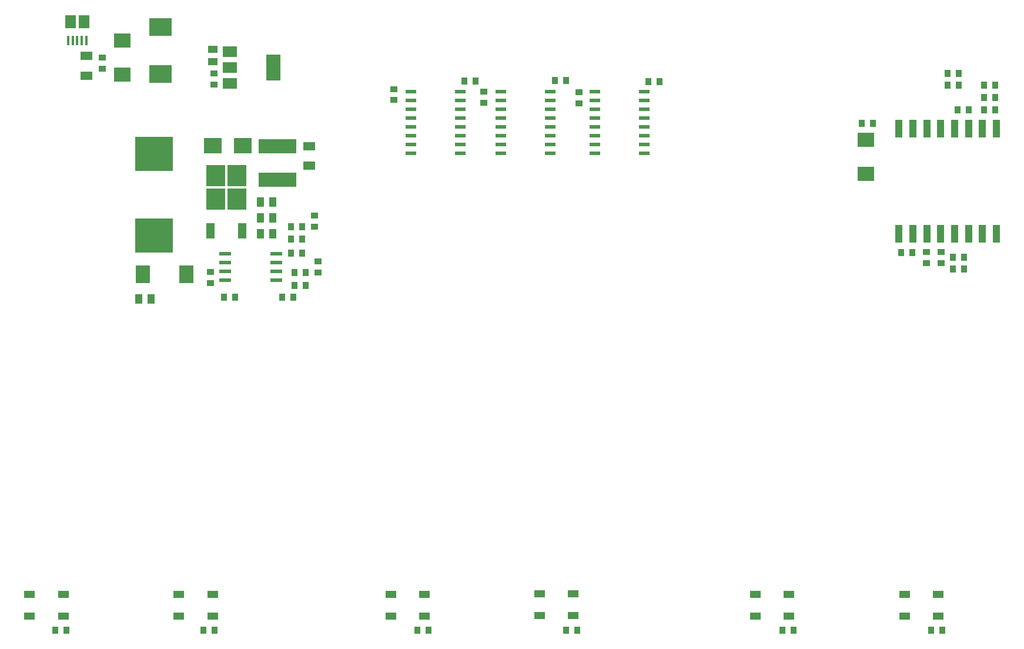
<source format=gbr>
G04 #@! TF.GenerationSoftware,KiCad,Pcbnew,(2018-01-30 revision 342197bb3)-makepkg*
G04 #@! TF.CreationDate,2018-06-27T08:36:49+02:00*
G04 #@! TF.ProjectId,NixieClock01A,4E69786965436C6F636B3031412E6B69,rev?*
G04 #@! TF.SameCoordinates,Original*
G04 #@! TF.FileFunction,Paste,Top*
G04 #@! TF.FilePolarity,Positive*
%FSLAX46Y46*%
G04 Gerber Fmt 4.6, Leading zero omitted, Abs format (unit mm)*
G04 Created by KiCad (PCBNEW (2018-01-30 revision 342197bb3)-makepkg) date 06/27/18 08:36:49*
%MOMM*%
%LPD*%
G01*
G04 APERTURE LIST*
%ADD10R,1.500000X0.600000*%
%ADD11R,1.000000X0.820000*%
%ADD12R,0.820000X1.000000*%
%ADD13R,1.120000X1.400000*%
%ADD14R,1.500000X1.000000*%
%ADD15R,5.400000X4.900000*%
%ADD16R,1.200000X2.200000*%
%ADD17R,2.750000X3.050000*%
%ADD18R,1.750000X0.550000*%
%ADD19R,5.400000X2.000000*%
%ADD20R,2.060000X2.600000*%
%ADD21R,1.800000X1.220000*%
%ADD22R,2.500000X2.300000*%
%ADD23R,1.400000X1.120000*%
%ADD24R,2.400000X2.060000*%
%ADD25R,2.000000X3.800000*%
%ADD26R,2.000000X1.500000*%
%ADD27R,3.300000X2.500000*%
%ADD28R,1.500000X1.900000*%
%ADD29R,0.400000X1.350000*%
%ADD30R,1.000000X2.500000*%
G04 APERTURE END LIST*
D10*
X155440379Y-67984297D03*
X155440379Y-69254297D03*
X155440379Y-70524297D03*
X155440379Y-71794297D03*
X155440379Y-73064297D03*
X155440379Y-74334297D03*
X155440379Y-75604297D03*
X155440379Y-76874297D03*
X162540379Y-76874297D03*
X162540379Y-75604297D03*
X162540379Y-74334297D03*
X162540379Y-73064297D03*
X162540379Y-71794297D03*
X162540379Y-70524297D03*
X162540379Y-69254297D03*
X162540379Y-67984297D03*
D11*
X126568379Y-95609297D03*
X126568379Y-94009297D03*
D12*
X164800000Y-66500000D03*
X163200000Y-66500000D03*
X239636703Y-68824379D03*
X238036703Y-68824379D03*
X222009103Y-72583579D03*
X220409103Y-72583579D03*
D11*
X152990379Y-69229297D03*
X152990379Y-67629297D03*
X231851703Y-91138379D03*
X231851703Y-92738379D03*
X229692703Y-92738379D03*
X229692703Y-91138379D03*
D12*
X235826703Y-70602379D03*
X234226703Y-70602379D03*
X238036703Y-67046379D03*
X239636703Y-67046379D03*
X227698703Y-91176379D03*
X226098703Y-91176379D03*
X234400000Y-65400000D03*
X232800000Y-65400000D03*
X234400000Y-67100000D03*
X232800000Y-67100000D03*
X238036703Y-70602379D03*
X239636703Y-70602379D03*
X138722379Y-94047297D03*
X140322379Y-94047297D03*
X138214379Y-87443297D03*
X139814379Y-87443297D03*
X138544379Y-97603297D03*
X136944379Y-97603297D03*
D13*
X116290379Y-97857297D03*
X118050379Y-97857297D03*
D11*
X142062379Y-94085297D03*
X142062379Y-92485297D03*
D12*
X139814379Y-91253297D03*
X138214379Y-91253297D03*
X138214379Y-89221297D03*
X139814379Y-89221297D03*
D11*
X141554379Y-85881297D03*
X141554379Y-87481297D03*
D12*
X140292998Y-95947797D03*
X138692998Y-95947797D03*
D13*
X133816379Y-86173297D03*
X135576379Y-86173297D03*
X135576379Y-83887297D03*
X133816379Y-83887297D03*
X133816379Y-88459297D03*
X135576379Y-88459297D03*
D12*
X105822734Y-145629297D03*
X104222734Y-145629297D03*
D14*
X100540734Y-140451499D03*
X100540734Y-143651499D03*
X105440734Y-140451499D03*
X105440734Y-143651499D03*
D15*
X118440379Y-88771297D03*
X118440379Y-76971297D03*
D16*
X126574379Y-88087297D03*
X131134379Y-88087297D03*
D17*
X130379379Y-80112297D03*
X127329379Y-83462297D03*
X127329379Y-80112297D03*
X130379379Y-83462297D03*
D18*
X136110379Y-95190297D03*
X136110379Y-93920297D03*
X136110379Y-92650297D03*
X136110379Y-91380297D03*
X128710379Y-91380297D03*
X128710379Y-92650297D03*
X128710379Y-93920297D03*
X128710379Y-95190297D03*
D12*
X128562379Y-97603297D03*
X130162379Y-97603297D03*
D19*
X136220379Y-75849297D03*
X136220379Y-80749297D03*
D20*
X116834379Y-94301297D03*
X123094379Y-94301297D03*
D21*
X140792379Y-75853297D03*
X140792379Y-78713297D03*
D22*
X131258379Y-75759297D03*
X126958379Y-75759297D03*
D12*
X177790379Y-66429297D03*
X176190379Y-66429297D03*
D14*
X122040734Y-140451499D03*
X122040734Y-143651499D03*
X126940734Y-140451499D03*
X126940734Y-143651499D03*
D12*
X125590379Y-145629297D03*
X127190379Y-145629297D03*
X156390379Y-145629297D03*
X157990379Y-145629297D03*
X189700000Y-66529297D03*
X191300000Y-66529297D03*
X179390379Y-145629297D03*
X177790379Y-145629297D03*
X208990379Y-145629297D03*
X210590379Y-145629297D03*
D23*
X126929297Y-61929621D03*
X126929297Y-63689621D03*
D12*
X231990379Y-145629297D03*
X230390379Y-145629297D03*
D11*
X127129297Y-67009621D03*
X127129297Y-65409621D03*
D14*
X152540734Y-140451499D03*
X152540734Y-143651499D03*
X157440734Y-140451499D03*
X157440734Y-143651499D03*
X178861090Y-143573700D03*
X178861090Y-140373700D03*
X173961090Y-143573700D03*
X173961090Y-140373700D03*
X205040734Y-140451499D03*
X205040734Y-143651499D03*
X209940734Y-140451499D03*
X209940734Y-143651499D03*
X231440734Y-143651499D03*
X231440734Y-140451499D03*
X226540734Y-143651499D03*
X226540734Y-140451499D03*
D11*
X166000000Y-69600000D03*
X166000000Y-68000000D03*
X179700000Y-68100000D03*
X179700000Y-69700000D03*
D10*
X175540379Y-67984297D03*
X175540379Y-69254297D03*
X175540379Y-70524297D03*
X175540379Y-71794297D03*
X175540379Y-73064297D03*
X175540379Y-74334297D03*
X175540379Y-75604297D03*
X175540379Y-76874297D03*
X168440379Y-76874297D03*
X168440379Y-75604297D03*
X168440379Y-74334297D03*
X168440379Y-73064297D03*
X168440379Y-71794297D03*
X168440379Y-70524297D03*
X168440379Y-69254297D03*
X168440379Y-67984297D03*
X181940379Y-67984297D03*
X181940379Y-69254297D03*
X181940379Y-70524297D03*
X181940379Y-71794297D03*
X181940379Y-73064297D03*
X181940379Y-74334297D03*
X181940379Y-75604297D03*
X181940379Y-76874297D03*
X189040379Y-76874297D03*
X189040379Y-75604297D03*
X189040379Y-74334297D03*
X189040379Y-73064297D03*
X189040379Y-71794297D03*
X189040379Y-70524297D03*
X189040379Y-69254297D03*
X189040379Y-67984297D03*
D24*
X220970703Y-74910379D03*
X220970703Y-79870379D03*
D25*
X135679297Y-64509621D03*
D26*
X129379297Y-64509621D03*
X129379297Y-66809621D03*
X129379297Y-62209621D03*
D11*
X111000000Y-64700000D03*
X111000000Y-63100000D03*
D24*
X113900000Y-65580000D03*
X113900000Y-60620000D03*
D27*
X119400000Y-65500000D03*
X119400000Y-58700000D03*
D21*
X108700000Y-65730000D03*
X108700000Y-62870000D03*
D28*
X106400000Y-57962500D03*
D29*
X108050000Y-60662500D03*
X108700000Y-60662500D03*
X106100000Y-60662500D03*
X106750000Y-60662500D03*
X107400000Y-60662500D03*
D28*
X108400000Y-57962500D03*
D30*
X239775203Y-73313379D03*
X237775203Y-73313379D03*
X235775203Y-73313379D03*
X233775203Y-73313379D03*
X231775203Y-73313379D03*
X229775203Y-73313379D03*
X227775203Y-73313379D03*
X225775203Y-73313379D03*
X225775203Y-88513379D03*
X227775203Y-88513379D03*
X229775203Y-88513379D03*
X231775203Y-88513379D03*
X233775203Y-88513379D03*
X235775203Y-88513379D03*
X237775203Y-88513379D03*
X239775203Y-88513379D03*
D12*
X233500000Y-93600000D03*
X235100000Y-93600000D03*
X235100000Y-91900000D03*
X233500000Y-91900000D03*
M02*

</source>
